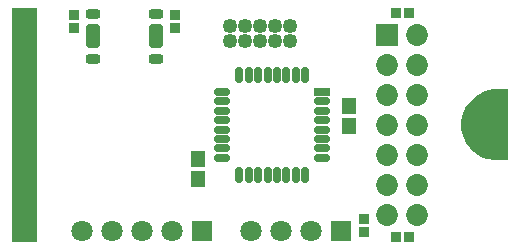
<source format=gbs>
G04*
G04 #@! TF.GenerationSoftware,Altium Limited,Altium Designer,22.11.1 (43)*
G04*
G04 Layer_Color=16711935*
%FSLAX44Y44*%
%MOMM*%
G71*
G04*
G04 #@! TF.SameCoordinates,238175EB-3BB2-4886-BFDA-CBBE0BB03E55*
G04*
G04*
G04 #@! TF.FilePolarity,Negative*
G04*
G01*
G75*
%ADD23R,0.8121X0.9311*%
%ADD24R,1.7032X0.5532*%
%ADD26R,1.3032X1.4532*%
%ADD27C,1.2532*%
%ADD28C,1.8032*%
%ADD29R,1.8032X1.8032*%
%ADD30C,1.8532*%
%ADD31R,1.8532X1.8532*%
%ADD54R,0.9311X0.8121*%
G04:AMPARAMS|DCode=55|XSize=0.8032mm|YSize=1.2532mm|CornerRadius=0.2516mm|HoleSize=0mm|Usage=FLASHONLY|Rotation=270.000|XOffset=0mm|YOffset=0mm|HoleType=Round|Shape=RoundedRectangle|*
%AMROUNDEDRECTD55*
21,1,0.8032,0.7500,0,0,270.0*
21,1,0.3000,1.2532,0,0,270.0*
1,1,0.5032,-0.3750,-0.1500*
1,1,0.5032,-0.3750,0.1500*
1,1,0.5032,0.3750,0.1500*
1,1,0.5032,0.3750,-0.1500*
%
%ADD55ROUNDEDRECTD55*%
G04:AMPARAMS|DCode=56|XSize=2.0732mm|YSize=1.2532mm|CornerRadius=0.3641mm|HoleSize=0mm|Usage=FLASHONLY|Rotation=270.000|XOffset=0mm|YOffset=0mm|HoleType=Round|Shape=RoundedRectangle|*
%AMROUNDEDRECTD56*
21,1,2.0732,0.5250,0,0,270.0*
21,1,1.3450,1.2532,0,0,270.0*
1,1,0.7282,-0.2625,-0.6725*
1,1,0.7282,-0.2625,0.6725*
1,1,0.7282,0.2625,0.6725*
1,1,0.7282,0.2625,-0.6725*
%
%ADD56ROUNDEDRECTD56*%
%ADD57O,0.7032X1.4032*%
%ADD58O,1.4032X0.7032*%
%ADD59R,1.4032X0.7032*%
G36*
X-0Y249250D02*
X2Y50750D01*
X21000Y50750D01*
X21000Y249250D01*
X-0Y249250D01*
D02*
G37*
G36*
X410000Y120000D02*
X407639D01*
X402975Y120739D01*
X398484Y122198D01*
X394277Y124342D01*
X390456Y127117D01*
X387117Y130456D01*
X384342Y134277D01*
X382198Y138484D01*
X380739Y142975D01*
X380000Y147639D01*
Y152361D01*
X380739Y157025D01*
X382198Y161516D01*
X384342Y165723D01*
X387117Y169544D01*
X390456Y172883D01*
X394277Y175658D01*
X398484Y177802D01*
X402975Y179261D01*
X407639Y180000D01*
X410000D01*
D01*
X420000Y180000D01*
X420000Y120000D01*
X410000Y120000D01*
D02*
G37*
D23*
X137500Y242905D02*
D03*
Y232095D02*
D03*
X52500Y242905D02*
D03*
Y232095D02*
D03*
X297500Y59595D02*
D03*
Y70405D02*
D03*
D24*
X12500Y60000D02*
D03*
Y65000D02*
D03*
Y70000D02*
D03*
Y75000D02*
D03*
Y80000D02*
D03*
Y85000D02*
D03*
Y90000D02*
D03*
Y95000D02*
D03*
Y100000D02*
D03*
Y105000D02*
D03*
Y110000D02*
D03*
Y135000D02*
D03*
Y140000D02*
D03*
Y145000D02*
D03*
Y150000D02*
D03*
Y155000D02*
D03*
Y160000D02*
D03*
Y165000D02*
D03*
Y170000D02*
D03*
Y175000D02*
D03*
Y180000D02*
D03*
Y185000D02*
D03*
Y190000D02*
D03*
Y195000D02*
D03*
Y200000D02*
D03*
Y205000D02*
D03*
Y210000D02*
D03*
Y215000D02*
D03*
Y220000D02*
D03*
Y225000D02*
D03*
Y230000D02*
D03*
Y235000D02*
D03*
Y240000D02*
D03*
D26*
X157500Y104000D02*
D03*
X157500Y121000D02*
D03*
X285000Y149000D02*
D03*
Y166000D02*
D03*
D27*
X235400Y233850D02*
D03*
Y221150D02*
D03*
X222700Y233850D02*
D03*
X210000D02*
D03*
X222700Y221150D02*
D03*
X210000D02*
D03*
X197300Y233850D02*
D03*
X184600D02*
D03*
X197300Y221150D02*
D03*
X184600D02*
D03*
D28*
X252700Y60000D02*
D03*
X227300D02*
D03*
X201900D02*
D03*
X110000D02*
D03*
X135400D02*
D03*
X84600D02*
D03*
X59200D02*
D03*
D29*
X278100D02*
D03*
X160800D02*
D03*
D30*
X342700Y73800D02*
D03*
Y99200D02*
D03*
X317300Y73800D02*
D03*
Y99200D02*
D03*
X342700Y124600D02*
D03*
X317300D02*
D03*
X342700Y200800D02*
D03*
X317300D02*
D03*
X342700Y226200D02*
D03*
X317300Y175400D02*
D03*
X342700D02*
D03*
X317300Y150000D02*
D03*
X342700D02*
D03*
D31*
X317300Y226200D02*
D03*
D54*
X335405Y55000D02*
D03*
X324595D02*
D03*
Y245000D02*
D03*
X335405D02*
D03*
D55*
X121750Y244050D02*
D03*
Y205950D02*
D03*
X68250D02*
D03*
Y244050D02*
D03*
D56*
X121750Y225000D02*
D03*
X68250D02*
D03*
D57*
X248000Y192500D02*
D03*
X240000Y192500D02*
D03*
X232000Y192500D02*
D03*
X224000D02*
D03*
X216000D02*
D03*
X208000D02*
D03*
X200000D02*
D03*
X192000D02*
D03*
Y107500D02*
D03*
X200000D02*
D03*
X208000D02*
D03*
X216000D02*
D03*
X224000D02*
D03*
X232000D02*
D03*
X240000D02*
D03*
X248000D02*
D03*
D58*
X177500Y178000D02*
D03*
Y170000D02*
D03*
Y162000D02*
D03*
Y154000D02*
D03*
Y146000D02*
D03*
Y138000D02*
D03*
Y130000D02*
D03*
Y122000D02*
D03*
X262500D02*
D03*
Y130000D02*
D03*
Y138000D02*
D03*
Y146000D02*
D03*
Y154000D02*
D03*
Y162000D02*
D03*
X262500Y170000D02*
D03*
D59*
X262500Y178000D02*
D03*
M02*

</source>
